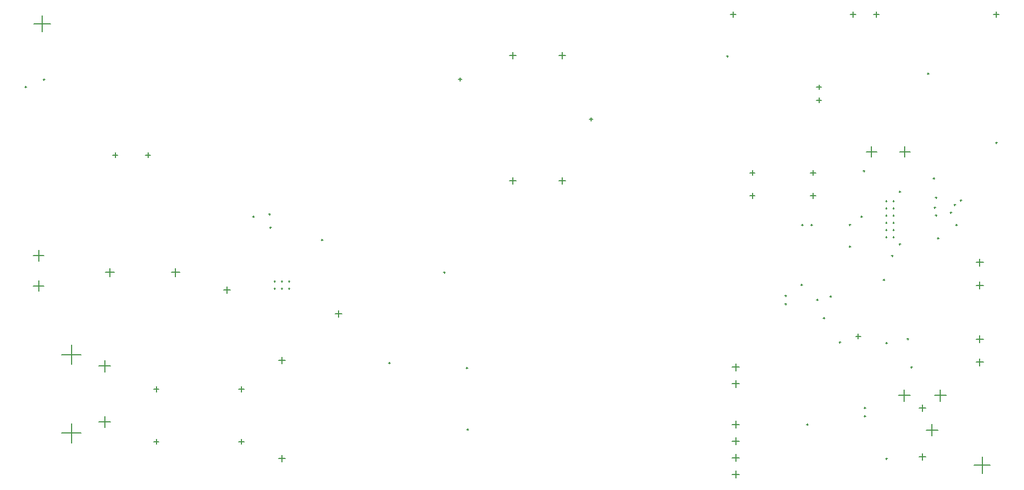
<source format=gbr>
G04*
G04 #@! TF.GenerationSoftware,Altium Limited,Altium Designer,25.5.2 (35)*
G04*
G04 Layer_Color=128*
%FSLAX25Y25*%
%MOIN*%
G70*
G04*
G04 #@! TF.SameCoordinates,CCCDE38D-7695-4EB3-ABC8-F25FB468ABE4*
G04*
G04*
G04 #@! TF.FilePolarity,Positive*
G04*
G01*
G75*
%ADD15C,0.00500*%
D15*
X259032Y180000D02*
X262968D01*
X261000Y178032D02*
Y181968D01*
X259032Y120945D02*
X262968D01*
X261000Y118976D02*
Y122913D01*
X159240Y303500D02*
X162390D01*
X160815Y301925D02*
Y305075D01*
X178925Y303500D02*
X182075D01*
X180500Y301925D02*
Y305075D01*
X111531Y224890D02*
X118028D01*
X114779Y221642D02*
Y228138D01*
X111531Y243000D02*
X118028D01*
X114779Y239752D02*
Y246248D01*
X194441Y233000D02*
X199559D01*
X197000Y230441D02*
Y235559D01*
X155071Y233000D02*
X160189D01*
X157630Y230441D02*
Y235559D01*
X235106Y131181D02*
X238256D01*
X236681Y129606D02*
Y132756D01*
X128595Y136256D02*
X140405D01*
X134500Y130350D02*
Y142161D01*
X128595Y183500D02*
X140405D01*
X134500Y177594D02*
Y189406D01*
X151094Y176610D02*
X157905D01*
X154500Y173205D02*
Y180016D01*
X151094Y143146D02*
X157905D01*
X154500Y139740D02*
Y146551D01*
X616260Y388000D02*
X619567D01*
X617913Y386347D02*
Y389653D01*
X531335Y111500D02*
X535665D01*
X533500Y109335D02*
Y113665D01*
X647857Y138142D02*
X654954D01*
X651405Y134593D02*
Y141691D01*
X582024Y336500D02*
X584976D01*
X583500Y335024D02*
Y337976D01*
X397768Y363500D02*
X401705D01*
X399736Y361531D02*
Y365469D01*
X578425Y279110D02*
X581575D01*
X580000Y277535D02*
Y280685D01*
X541925Y279110D02*
X545075D01*
X543500Y277535D02*
Y280685D01*
X397768Y288000D02*
X401705D01*
X399736Y286032D02*
Y289968D01*
X531335Y166000D02*
X535665D01*
X533500Y163835D02*
Y168165D01*
X531335Y141500D02*
X535665D01*
X533500Y139335D02*
Y143665D01*
X112079Y382500D02*
X121921D01*
X117000Y377579D02*
Y387421D01*
X427295Y288000D02*
X431232D01*
X429264Y286032D02*
Y289968D01*
X427295Y363500D02*
X431232D01*
X429264Y361531D02*
Y365469D01*
X631811Y305500D02*
X638189D01*
X635000Y302311D02*
Y308689D01*
X611811Y305500D02*
X618189D01*
X615000Y302311D02*
Y308689D01*
X530346Y388000D02*
X533653D01*
X532000Y386347D02*
Y389653D01*
X602433Y388000D02*
X605740D01*
X604087Y386347D02*
Y389653D01*
X688346Y388000D02*
X691653D01*
X690000Y386347D02*
Y389653D01*
X541925Y292890D02*
X545075D01*
X543500Y291315D02*
Y294465D01*
X578425Y292890D02*
X581575D01*
X580000Y291315D02*
Y294465D01*
X643532Y151528D02*
X647469D01*
X645500Y149559D02*
Y153496D01*
X643532Y122000D02*
X647469D01*
X645500Y120031D02*
Y123969D01*
X652778Y159008D02*
X659876D01*
X656327Y155459D02*
Y162557D01*
X631124Y159008D02*
X638222D01*
X634673Y155459D02*
Y162557D01*
X677835Y239000D02*
X682165D01*
X680000Y236835D02*
Y241165D01*
X677835Y225220D02*
X682165D01*
X680000Y223055D02*
Y227386D01*
X605524Y194500D02*
X608476D01*
X607000Y193024D02*
Y195976D01*
X531335Y176000D02*
X535665D01*
X533500Y173835D02*
Y178165D01*
X531335Y131500D02*
X535665D01*
X533500Y129335D02*
Y133665D01*
X531335Y121500D02*
X535665D01*
X533500Y119335D02*
Y123665D01*
X582024Y344374D02*
X584976D01*
X583500Y342898D02*
Y345850D01*
X183925Y131181D02*
X187075D01*
X185500Y129606D02*
Y132756D01*
X183925Y162677D02*
X187075D01*
X185500Y161102D02*
Y164252D01*
X235106Y162677D02*
X238256D01*
X236681Y161102D02*
Y164252D01*
X677835Y179000D02*
X682165D01*
X680000Y176835D02*
Y181165D01*
X677835Y192780D02*
X682165D01*
X680000Y190614D02*
Y194945D01*
X676579Y117000D02*
X686421D01*
X681500Y112079D02*
Y121921D01*
X665475Y261475D02*
X666475D01*
X665975Y260975D02*
Y261975D01*
X653396Y267239D02*
X654396D01*
X653896Y266739D02*
Y267739D01*
X284500Y252500D02*
X285500D01*
X285000Y252000D02*
Y253000D01*
X253500Y260000D02*
X254500D01*
X254000Y259500D02*
Y260500D01*
X572500Y225500D02*
X573500D01*
X573000Y225000D02*
Y226000D01*
X264827Y223264D02*
X265614D01*
X265220Y222870D02*
Y223657D01*
X264827Y227594D02*
X265614D01*
X265220Y227201D02*
Y227988D01*
X256165Y227594D02*
X256953D01*
X256559Y227201D02*
Y227988D01*
X256165Y223264D02*
X256953D01*
X256559Y222870D02*
Y223657D01*
X260496Y227594D02*
X261283D01*
X260890Y227201D02*
Y227988D01*
X260496Y223264D02*
X261283D01*
X260890Y222870D02*
Y223657D01*
X226000Y222500D02*
X230000D01*
X228000Y220500D02*
Y224500D01*
X293000Y208000D02*
X297000D01*
X295000Y206000D02*
Y210000D01*
X243366Y266500D02*
X244366D01*
X243865Y266000D02*
Y267000D01*
X253000Y268000D02*
X254000D01*
X253500Y267500D02*
Y268500D01*
X106500Y344500D02*
X107500D01*
X107000Y344000D02*
Y345000D01*
X117500Y349000D02*
X118500D01*
X118000Y348500D02*
Y349500D01*
X627795Y267209D02*
X628583D01*
X628189Y266815D02*
Y267602D01*
X627795Y254217D02*
X628583D01*
X628189Y253823D02*
Y254610D01*
X627795Y262878D02*
X628583D01*
X628189Y262484D02*
Y263272D01*
X627795Y258547D02*
X628583D01*
X628189Y258154D02*
Y258941D01*
X627795Y275870D02*
X628583D01*
X628189Y275476D02*
Y276264D01*
X623465Y271539D02*
X624252D01*
X623858Y271146D02*
Y271933D01*
X627795Y271539D02*
X628583D01*
X628189Y271146D02*
Y271933D01*
X623465Y275870D02*
X624252D01*
X623858Y275476D02*
Y276264D01*
X623465Y258547D02*
X624252D01*
X623858Y258154D02*
Y258941D01*
X623465Y262878D02*
X624252D01*
X623858Y262484D02*
Y263272D01*
X623465Y254217D02*
X624252D01*
X623858Y253823D02*
Y254610D01*
X623465Y267209D02*
X624252D01*
X623858Y266815D02*
Y267602D01*
X662177Y269000D02*
X663177D01*
X662677Y268500D02*
Y269500D01*
X590100Y218528D02*
X590900D01*
X590500Y218128D02*
Y218928D01*
X586000Y205500D02*
X587000D01*
X586500Y205000D02*
Y206000D01*
X582000Y216500D02*
X583000D01*
X582500Y216000D02*
Y217000D01*
X622000Y228500D02*
X623000D01*
X622500Y228000D02*
Y229000D01*
X576000Y141500D02*
X577000D01*
X576500Y141000D02*
Y142000D01*
X652000Y289500D02*
X653000D01*
X652500Y289000D02*
Y290000D01*
X654500Y253500D02*
X655500D01*
X655000Y253000D02*
Y254000D01*
X652500Y272000D02*
X653500D01*
X653000Y271500D02*
Y272500D01*
X638569Y176019D02*
X639570D01*
X639070Y175519D02*
Y176519D01*
X653281Y278000D02*
X654282D01*
X653782Y277500D02*
Y278500D01*
X668253Y276370D02*
X669253D01*
X668753Y275870D02*
Y276870D01*
X664500Y273649D02*
X665500D01*
X665000Y273148D02*
Y274149D01*
X636335Y193000D02*
X637335D01*
X636835Y192500D02*
Y193500D01*
X631500Y250000D02*
X632500D01*
X632000Y249500D02*
Y250500D01*
X631500Y281500D02*
X632500D01*
X632000Y281000D02*
Y282000D01*
X445516Y325000D02*
X447484D01*
X446500Y324016D02*
Y325984D01*
X367016Y349000D02*
X368984D01*
X368000Y348016D02*
Y349984D01*
X573000Y261500D02*
X574000D01*
X573500Y261000D02*
Y262000D01*
X689500Y311000D02*
X690500D01*
X690000Y310500D02*
Y311500D01*
X601501Y261603D02*
X602501D01*
X602001Y261103D02*
Y262103D01*
X608500Y266500D02*
X609500D01*
X609000Y266000D02*
Y267000D01*
X601500Y248500D02*
X602500D01*
X602000Y248000D02*
Y249000D01*
X627000Y243000D02*
X628000D01*
X627500Y242500D02*
Y243500D01*
X578500Y261500D02*
X579500D01*
X579000Y261000D02*
Y262000D01*
X595500Y191000D02*
X596500D01*
X596000Y190500D02*
Y191500D01*
X610000Y294000D02*
X611000D01*
X610500Y293500D02*
Y294500D01*
Y151500D02*
X611500D01*
X611000Y151000D02*
Y152000D01*
X563000Y219000D02*
X564000D01*
X563500Y218500D02*
Y219500D01*
X623500Y190500D02*
X624500D01*
X624000Y190000D02*
Y191000D01*
X623500Y121000D02*
X624500D01*
X624000Y120500D02*
Y121500D01*
X610500Y146500D02*
X611500D01*
X611000Y146000D02*
Y147000D01*
X563000Y214000D02*
X564000D01*
X563500Y213500D02*
Y214500D01*
X528000Y363000D02*
X529000D01*
X528500Y362500D02*
Y363500D01*
X648500Y352500D02*
X649500D01*
X649000Y352000D02*
Y353000D01*
X358000Y233000D02*
X359000D01*
X358500Y232500D02*
Y233500D01*
X325000Y178500D02*
X326000D01*
X325500Y178000D02*
Y179000D01*
X372000Y138500D02*
X373000D01*
X372500Y138000D02*
Y139000D01*
X371500Y175500D02*
X372500D01*
X372000Y175000D02*
Y176000D01*
M02*

</source>
